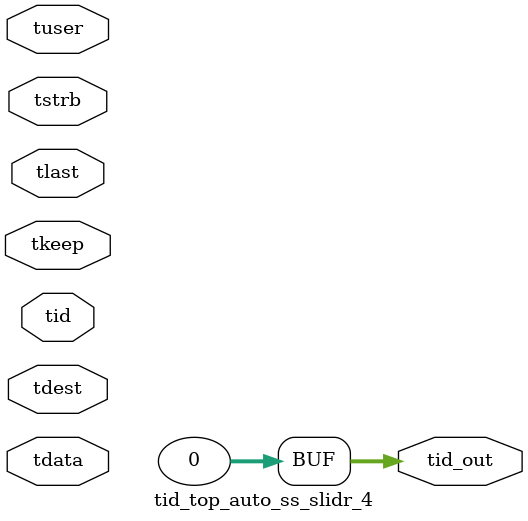
<source format=v>


`timescale 1ps/1ps

module tid_top_auto_ss_slidr_4 #
(
parameter C_S_AXIS_TID_WIDTH   = 1,
parameter C_S_AXIS_TUSER_WIDTH = 0,
parameter C_S_AXIS_TDATA_WIDTH = 0,
parameter C_S_AXIS_TDEST_WIDTH = 0,
parameter C_M_AXIS_TID_WIDTH   = 32
)
(
input  [(C_S_AXIS_TID_WIDTH   == 0 ? 1 : C_S_AXIS_TID_WIDTH)-1:0       ] tid,
input  [(C_S_AXIS_TDATA_WIDTH == 0 ? 1 : C_S_AXIS_TDATA_WIDTH)-1:0     ] tdata,
input  [(C_S_AXIS_TUSER_WIDTH == 0 ? 1 : C_S_AXIS_TUSER_WIDTH)-1:0     ] tuser,
input  [(C_S_AXIS_TDEST_WIDTH == 0 ? 1 : C_S_AXIS_TDEST_WIDTH)-1:0     ] tdest,
input  [(C_S_AXIS_TDATA_WIDTH/8)-1:0 ] tkeep,
input  [(C_S_AXIS_TDATA_WIDTH/8)-1:0 ] tstrb,
input                                                                    tlast,
output [(C_M_AXIS_TID_WIDTH   == 0 ? 1 : C_M_AXIS_TID_WIDTH)-1:0       ] tid_out
);

assign tid_out = {1'b0};

endmodule


</source>
